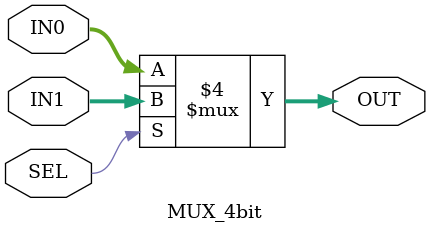
<source format=v>
`timescale 1ns / 1ps

module MUX_4bit(IN0, IN1, SEL, OUT);
    input [3:0] IN0, IN1; //Input 1, Input 2
    input SEL; //Select bit for MUX
    output reg [3:0] OUT; //Output of MUX
    
    always @ (IN0, IN1, SEL)
    begin
        if (SEL == 1)
            OUT = IN1;
        else
            OUT = IN0;
    end
    
endmodule

</source>
